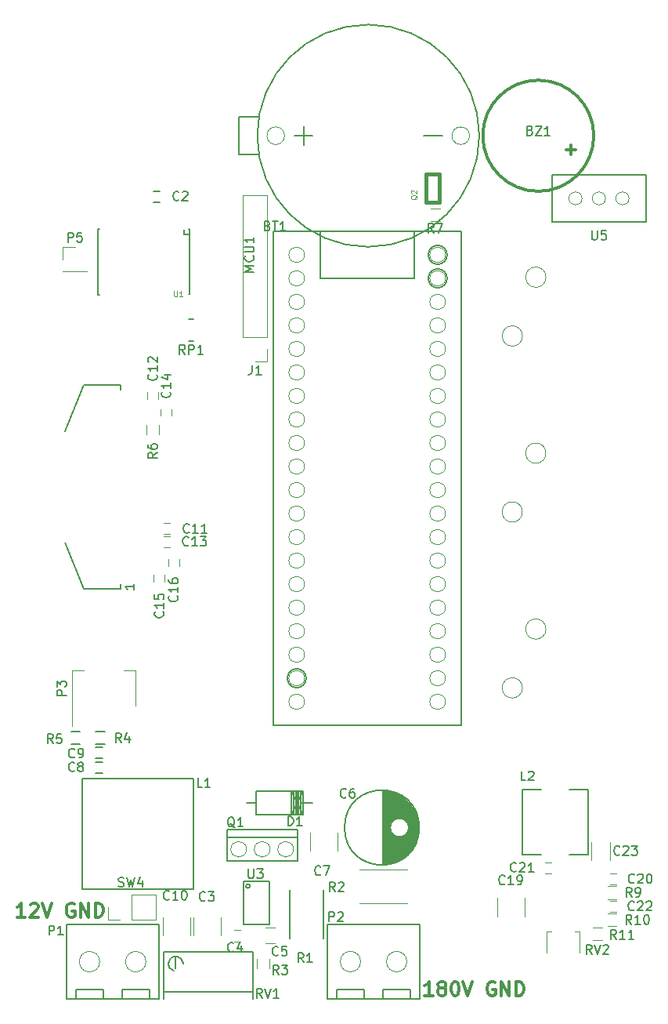
<source format=gto>
G04 #@! TF.GenerationSoftware,KiCad,Pcbnew,5.0.0*
G04 #@! TF.CreationDate,2018-07-28T18:19:29+02:00*
G04 #@! TF.ProjectId,nixie_control_board,6E697869655F636F6E74726F6C5F626F,rev?*
G04 #@! TF.SameCoordinates,Original*
G04 #@! TF.FileFunction,Legend,Top*
G04 #@! TF.FilePolarity,Positive*
%FSLAX46Y46*%
G04 Gerber Fmt 4.6, Leading zero omitted, Abs format (unit mm)*
G04 Created by KiCad (PCBNEW 5.0.0) date Sat Jul 28 18:19:29 2018*
%MOMM*%
%LPD*%
G01*
G04 APERTURE LIST*
%ADD10C,0.300000*%
%ADD11C,0.150000*%
%ADD12C,0.198120*%
%ADD13C,0.120000*%
%ADD14C,0.398780*%
%ADD15C,0.100000*%
%ADD16C,0.124460*%
G04 APERTURE END LIST*
D10*
X116014285Y-137528571D02*
X115157142Y-137528571D01*
X115585714Y-137528571D02*
X115585714Y-136028571D01*
X115442857Y-136242857D01*
X115300000Y-136385714D01*
X115157142Y-136457142D01*
X116585714Y-136171428D02*
X116657142Y-136100000D01*
X116800000Y-136028571D01*
X117157142Y-136028571D01*
X117300000Y-136100000D01*
X117371428Y-136171428D01*
X117442857Y-136314285D01*
X117442857Y-136457142D01*
X117371428Y-136671428D01*
X116514285Y-137528571D01*
X117442857Y-137528571D01*
X117871428Y-136028571D02*
X118371428Y-137528571D01*
X118871428Y-136028571D01*
X121300000Y-136100000D02*
X121157142Y-136028571D01*
X120942857Y-136028571D01*
X120728571Y-136100000D01*
X120585714Y-136242857D01*
X120514285Y-136385714D01*
X120442857Y-136671428D01*
X120442857Y-136885714D01*
X120514285Y-137171428D01*
X120585714Y-137314285D01*
X120728571Y-137457142D01*
X120942857Y-137528571D01*
X121085714Y-137528571D01*
X121300000Y-137457142D01*
X121371428Y-137385714D01*
X121371428Y-136885714D01*
X121085714Y-136885714D01*
X122014285Y-137528571D02*
X122014285Y-136028571D01*
X122871428Y-137528571D01*
X122871428Y-136028571D01*
X123585714Y-137528571D02*
X123585714Y-136028571D01*
X123942857Y-136028571D01*
X124157142Y-136100000D01*
X124300000Y-136242857D01*
X124371428Y-136385714D01*
X124442857Y-136671428D01*
X124442857Y-136885714D01*
X124371428Y-137171428D01*
X124300000Y-137314285D01*
X124157142Y-137457142D01*
X123942857Y-137528571D01*
X123585714Y-137528571D01*
X160070000Y-146008571D02*
X159212857Y-146008571D01*
X159641428Y-146008571D02*
X159641428Y-144508571D01*
X159498571Y-144722857D01*
X159355714Y-144865714D01*
X159212857Y-144937142D01*
X160927142Y-145151428D02*
X160784285Y-145080000D01*
X160712857Y-145008571D01*
X160641428Y-144865714D01*
X160641428Y-144794285D01*
X160712857Y-144651428D01*
X160784285Y-144580000D01*
X160927142Y-144508571D01*
X161212857Y-144508571D01*
X161355714Y-144580000D01*
X161427142Y-144651428D01*
X161498571Y-144794285D01*
X161498571Y-144865714D01*
X161427142Y-145008571D01*
X161355714Y-145080000D01*
X161212857Y-145151428D01*
X160927142Y-145151428D01*
X160784285Y-145222857D01*
X160712857Y-145294285D01*
X160641428Y-145437142D01*
X160641428Y-145722857D01*
X160712857Y-145865714D01*
X160784285Y-145937142D01*
X160927142Y-146008571D01*
X161212857Y-146008571D01*
X161355714Y-145937142D01*
X161427142Y-145865714D01*
X161498571Y-145722857D01*
X161498571Y-145437142D01*
X161427142Y-145294285D01*
X161355714Y-145222857D01*
X161212857Y-145151428D01*
X162427142Y-144508571D02*
X162570000Y-144508571D01*
X162712857Y-144580000D01*
X162784285Y-144651428D01*
X162855714Y-144794285D01*
X162927142Y-145080000D01*
X162927142Y-145437142D01*
X162855714Y-145722857D01*
X162784285Y-145865714D01*
X162712857Y-145937142D01*
X162570000Y-146008571D01*
X162427142Y-146008571D01*
X162284285Y-145937142D01*
X162212857Y-145865714D01*
X162141428Y-145722857D01*
X162070000Y-145437142D01*
X162070000Y-145080000D01*
X162141428Y-144794285D01*
X162212857Y-144651428D01*
X162284285Y-144580000D01*
X162427142Y-144508571D01*
X163355714Y-144508571D02*
X163855714Y-146008571D01*
X164355714Y-144508571D01*
X166784285Y-144580000D02*
X166641428Y-144508571D01*
X166427142Y-144508571D01*
X166212857Y-144580000D01*
X166070000Y-144722857D01*
X165998571Y-144865714D01*
X165927142Y-145151428D01*
X165927142Y-145365714D01*
X165998571Y-145651428D01*
X166070000Y-145794285D01*
X166212857Y-145937142D01*
X166427142Y-146008571D01*
X166570000Y-146008571D01*
X166784285Y-145937142D01*
X166855714Y-145865714D01*
X166855714Y-145365714D01*
X166570000Y-145365714D01*
X167498571Y-146008571D02*
X167498571Y-144508571D01*
X168355714Y-146008571D01*
X168355714Y-144508571D01*
X169070000Y-146008571D02*
X169070000Y-144508571D01*
X169427142Y-144508571D01*
X169641428Y-144580000D01*
X169784285Y-144722857D01*
X169855714Y-144865714D01*
X169927142Y-145151428D01*
X169927142Y-145365714D01*
X169855714Y-145651428D01*
X169784285Y-145794285D01*
X169641428Y-145937142D01*
X169427142Y-146008571D01*
X169070000Y-146008571D01*
D11*
G04 #@! TO.C,U7*
X126330000Y-80070000D02*
X126330000Y-80570000D01*
X126330000Y-102070000D02*
X126330000Y-101570000D01*
X122330000Y-102070000D02*
X120330000Y-97070000D01*
X126330000Y-80070000D02*
X122330000Y-80070000D01*
X126330000Y-102070000D02*
X122330000Y-102070000D01*
X122330000Y-80070000D02*
X120330000Y-85070000D01*
G04 #@! TO.C,U5*
X172960000Y-62470000D02*
X172960000Y-57390000D01*
X183120000Y-62470000D02*
X172960000Y-62470000D01*
X183120000Y-57390000D02*
X183120000Y-62470000D01*
X172960000Y-57390000D02*
X183120000Y-57390000D01*
G04 #@! TO.C,L1*
X122182000Y-134548000D02*
X122182000Y-122548000D01*
X134182000Y-134548000D02*
X122182000Y-134548000D01*
X134182000Y-122548000D02*
X134182000Y-134548000D01*
X122182000Y-122548000D02*
X134182000Y-122548000D01*
G04 #@! TO.C,MCU1*
X146376000Y-111740000D02*
G75*
G03X146376000Y-111740000I-1016000J0D01*
G01*
X161616000Y-68560000D02*
G75*
G03X161616000Y-68560000I-1016000J0D01*
G01*
X161616000Y-66020000D02*
G75*
G03X161616000Y-66020000I-1016000J0D01*
G01*
X147906400Y-68553600D02*
X147906400Y-63473600D01*
X150446400Y-68553600D02*
X147906400Y-68553600D01*
X158066400Y-68553600D02*
X150446400Y-68553600D01*
X158066400Y-63473600D02*
X158066400Y-68553600D01*
X142826400Y-63473600D02*
X163146400Y-63473600D01*
X142826400Y-116813600D02*
X142826400Y-63473600D01*
X163146400Y-116813600D02*
X142826400Y-116813600D01*
X163146400Y-63473600D02*
X163146400Y-116813600D01*
D12*
G04 #@! TO.C,U1*
X133198480Y-63851260D02*
X133198480Y-63350880D01*
X133797920Y-63851260D02*
X133198480Y-63851260D01*
X133797920Y-70294865D02*
X133797920Y-63251820D01*
X124006220Y-63251820D02*
X123902080Y-63251820D01*
X133797920Y-63251820D02*
X133693780Y-63251820D01*
X123902080Y-70301552D02*
X123902080Y-63251820D01*
X124006220Y-70301552D02*
X123902080Y-70301552D01*
X133797920Y-70294865D02*
X133693780Y-70294865D01*
D11*
G04 #@! TO.C,C2*
X129840000Y-59180000D02*
X130540000Y-59180000D01*
X130540000Y-60380000D02*
X129840000Y-60380000D01*
G04 #@! TO.C,RP1*
X133700000Y-75355000D02*
X134200000Y-75355000D01*
X133700000Y-73005000D02*
X134200000Y-73005000D01*
G04 #@! TO.C,C6*
X154649000Y-123867000D02*
X154649000Y-131865000D01*
X154789000Y-123872000D02*
X154789000Y-131860000D01*
X154929000Y-123882000D02*
X154929000Y-131850000D01*
X155069000Y-123897000D02*
X155069000Y-131835000D01*
X155209000Y-123917000D02*
X155209000Y-131815000D01*
X155349000Y-123942000D02*
X155349000Y-131790000D01*
X155489000Y-123972000D02*
X155489000Y-127693000D01*
X155489000Y-128039000D02*
X155489000Y-131760000D01*
X155629000Y-124008000D02*
X155629000Y-127331000D01*
X155629000Y-128401000D02*
X155629000Y-131724000D01*
X155769000Y-124049000D02*
X155769000Y-127157000D01*
X155769000Y-128575000D02*
X155769000Y-131683000D01*
X155909000Y-124095000D02*
X155909000Y-127041000D01*
X155909000Y-128691000D02*
X155909000Y-131637000D01*
X156049000Y-124148000D02*
X156049000Y-126961000D01*
X156049000Y-128771000D02*
X156049000Y-131584000D01*
X156189000Y-124207000D02*
X156189000Y-126907000D01*
X156189000Y-128825000D02*
X156189000Y-131525000D01*
X156329000Y-124272000D02*
X156329000Y-126877000D01*
X156329000Y-128855000D02*
X156329000Y-131460000D01*
X156469000Y-124343000D02*
X156469000Y-126866000D01*
X156469000Y-128866000D02*
X156469000Y-131389000D01*
X156609000Y-124422000D02*
X156609000Y-126875000D01*
X156609000Y-128857000D02*
X156609000Y-131310000D01*
X156749000Y-124509000D02*
X156749000Y-126905000D01*
X156749000Y-128827000D02*
X156749000Y-131223000D01*
X156889000Y-124604000D02*
X156889000Y-126956000D01*
X156889000Y-128776000D02*
X156889000Y-131128000D01*
X157029000Y-124708000D02*
X157029000Y-127034000D01*
X157029000Y-128698000D02*
X157029000Y-131024000D01*
X157169000Y-124822000D02*
X157169000Y-127147000D01*
X157169000Y-128585000D02*
X157169000Y-130910000D01*
X157309000Y-124947000D02*
X157309000Y-127316000D01*
X157309000Y-128416000D02*
X157309000Y-130785000D01*
X157449000Y-125085000D02*
X157449000Y-127644000D01*
X157449000Y-128088000D02*
X157449000Y-130647000D01*
X157589000Y-125237000D02*
X157589000Y-130495000D01*
X157729000Y-125407000D02*
X157729000Y-130325000D01*
X157869000Y-125598000D02*
X157869000Y-130134000D01*
X158009000Y-125816000D02*
X158009000Y-129916000D01*
X158149000Y-126072000D02*
X158149000Y-129660000D01*
X158289000Y-126383000D02*
X158289000Y-129349000D01*
X158429000Y-126799000D02*
X158429000Y-128933000D01*
X158569000Y-127666000D02*
X158569000Y-128066000D01*
X157474000Y-127866000D02*
G75*
G03X157474000Y-127866000I-1000000J0D01*
G01*
X158611500Y-127866000D02*
G75*
G03X158611500Y-127866000I-4037500J0D01*
G01*
G04 #@! TO.C,D1*
X140990000Y-125210000D02*
X139974000Y-125210000D01*
X145816000Y-125210000D02*
X147086000Y-125210000D01*
X145562000Y-126480000D02*
X145562000Y-123940000D01*
X145308000Y-126480000D02*
X145308000Y-123940000D01*
X145054000Y-126480000D02*
X145054000Y-123940000D01*
X145816000Y-126480000D02*
X145816000Y-123940000D01*
X144800000Y-126480000D02*
X146070000Y-123940000D01*
X146070000Y-126480000D02*
X144800000Y-123940000D01*
X144800000Y-126480000D02*
X144800000Y-123940000D01*
X145435000Y-126480000D02*
X145435000Y-123940000D01*
X146070000Y-123940000D02*
X146070000Y-126480000D01*
X146070000Y-126480000D02*
X140990000Y-126480000D01*
X140990000Y-126480000D02*
X140990000Y-123940000D01*
X140990000Y-123940000D02*
X146070000Y-123940000D01*
G04 #@! TO.C,P1*
X129460000Y-145350000D02*
X129460000Y-146350000D01*
X126460000Y-145350000D02*
X129460000Y-145350000D01*
X126460000Y-146350000D02*
X126460000Y-145350000D01*
X124460000Y-146350000D02*
X126460000Y-146350000D01*
X124460000Y-145350000D02*
X124460000Y-146350000D01*
X121460000Y-145350000D02*
X124460000Y-145350000D01*
X121460000Y-146350000D02*
X121460000Y-145350000D01*
X120460000Y-138350000D02*
X120460000Y-142350000D01*
X130460000Y-138350000D02*
X120460000Y-138350000D01*
X130460000Y-146350000D02*
X130460000Y-138350000D01*
X120460000Y-146350000D02*
X130460000Y-146350000D01*
X120460000Y-142350000D02*
X120460000Y-146350000D01*
G04 #@! TO.C,P2*
X157670000Y-145340000D02*
X157670000Y-146340000D01*
X154670000Y-145340000D02*
X157670000Y-145340000D01*
X154670000Y-146340000D02*
X154670000Y-145340000D01*
X152670000Y-146340000D02*
X154670000Y-146340000D01*
X152670000Y-145340000D02*
X152670000Y-146340000D01*
X149670000Y-145340000D02*
X152670000Y-145340000D01*
X149670000Y-146340000D02*
X149670000Y-145340000D01*
X148670000Y-138340000D02*
X148670000Y-142340000D01*
X158670000Y-138340000D02*
X148670000Y-138340000D01*
X158670000Y-146340000D02*
X158670000Y-138340000D01*
X148670000Y-146340000D02*
X158670000Y-146340000D01*
X148670000Y-142340000D02*
X148670000Y-146340000D01*
G04 #@! TO.C,R1*
X144645000Y-139810000D02*
X144645000Y-134610000D01*
X148295000Y-134610000D02*
X148295000Y-139810000D01*
G04 #@! TO.C,RV1*
X132274000Y-141798000D02*
X132274000Y-143068000D01*
X133061400Y-142547300D02*
X133023300Y-142293300D01*
X133023300Y-142293300D02*
X132845500Y-142013900D01*
X132845500Y-142013900D02*
X132528000Y-141798000D01*
X132528000Y-141798000D02*
X132083500Y-141785300D01*
X132083500Y-141785300D02*
X131727900Y-141988500D01*
X131727900Y-141988500D02*
X131550100Y-142280600D01*
X131550100Y-142280600D02*
X131499300Y-142598100D01*
X131499300Y-142598100D02*
X131600900Y-143004500D01*
X131600900Y-143004500D02*
X131943800Y-143258500D01*
X131943800Y-143258500D02*
X132121600Y-143347400D01*
X140656000Y-145608000D02*
X131004000Y-145608000D01*
X131004000Y-142560000D02*
X131004000Y-141290000D01*
X131004000Y-141290000D02*
X140656000Y-141290000D01*
X140656000Y-141290000D02*
X140656000Y-146370000D01*
X131004000Y-146370000D02*
X131004000Y-143830000D01*
X131004000Y-143830000D02*
X131004000Y-142560000D01*
D13*
G04 #@! TO.C,P3*
X127900000Y-110920000D02*
X126640000Y-110920000D01*
X121080000Y-110920000D02*
X122340000Y-110920000D01*
X127900000Y-114680000D02*
X127900000Y-110920000D01*
X121080000Y-116930000D02*
X121080000Y-110920000D01*
D11*
G04 #@! TO.C,C8*
X124340000Y-121970000D02*
X123640000Y-121970000D01*
X123640000Y-120770000D02*
X124340000Y-120770000D01*
G04 #@! TO.C,C9*
X124340000Y-120380000D02*
X123640000Y-120380000D01*
X123640000Y-119180000D02*
X124340000Y-119180000D01*
G04 #@! TO.C,R4*
X123630000Y-117465000D02*
X124630000Y-117465000D01*
X124630000Y-118815000D02*
X123630000Y-118815000D01*
G04 #@! TO.C,R5*
X120950000Y-117465000D02*
X121950000Y-117465000D01*
X121950000Y-118815000D02*
X120950000Y-118815000D01*
G04 #@! TO.C,U3*
X140313607Y-134194000D02*
G75*
G03X140313607Y-134194000I-223607J0D01*
G01*
X139590000Y-138294000D02*
X139590000Y-133694000D01*
X142390000Y-138294000D02*
X139590000Y-138294000D01*
X142390000Y-133694000D02*
X142390000Y-138294000D01*
X139590000Y-133694000D02*
X142390000Y-133694000D01*
D13*
G04 #@! TO.C,C4*
X139308000Y-140150000D02*
X138608000Y-140150000D01*
X138608000Y-138950000D02*
X139308000Y-138950000D01*
G04 #@! TO.C,R3*
X142400000Y-142070000D02*
X142400000Y-143070000D01*
X141040000Y-143070000D02*
X141040000Y-142070000D01*
G04 #@! TO.C,C3*
X134176000Y-137534000D02*
X134176000Y-139534000D01*
X137136000Y-139534000D02*
X137136000Y-137534000D01*
G04 #@! TO.C,C5*
X142014000Y-140400000D02*
X143014000Y-140400000D01*
X143014000Y-138700000D02*
X142014000Y-138700000D01*
G04 #@! TO.C,C10*
X130874000Y-137534000D02*
X130874000Y-139534000D01*
X133834000Y-139534000D02*
X133834000Y-137534000D01*
G04 #@! TO.C,C7*
X149770000Y-130400000D02*
X149770000Y-128400000D01*
X146810000Y-128400000D02*
X146810000Y-130400000D01*
G04 #@! TO.C,R2*
X152106000Y-132396000D02*
X157306000Y-132396000D01*
X157306000Y-136036000D02*
X152106000Y-136036000D01*
D11*
G04 #@! TO.C,Q1*
X145440000Y-128051000D02*
X145440000Y-128940000D01*
X137820000Y-128051000D02*
X145440000Y-128051000D01*
X137820000Y-128940000D02*
X137820000Y-128051000D01*
X137820000Y-131480000D02*
X137820000Y-128940000D01*
X145440000Y-131480000D02*
X137820000Y-131480000D01*
X145440000Y-128940000D02*
X145440000Y-131480000D01*
X137820000Y-128940000D02*
X145440000Y-128940000D01*
G04 #@! TO.C,BT1*
X159100000Y-53160000D02*
X161100000Y-53160000D01*
X145100000Y-53160000D02*
X147100000Y-53160000D01*
X146100000Y-52160000D02*
X146100000Y-54160000D01*
X139100000Y-55160000D02*
X141200000Y-55160000D01*
X139100000Y-53160000D02*
X139100000Y-55160000D01*
X141200000Y-51160000D02*
X139100000Y-51160000D01*
X139100000Y-53160000D02*
X139100000Y-51160000D01*
X165100000Y-53160000D02*
G75*
G03X165100000Y-53160000I-12000000J0D01*
G01*
D13*
G04 #@! TO.C,P5*
X120060000Y-67840000D02*
X122720000Y-67840000D01*
X120060000Y-67780000D02*
X120060000Y-67840000D01*
X122720000Y-67780000D02*
X122720000Y-67840000D01*
X120060000Y-67780000D02*
X122720000Y-67780000D01*
X120060000Y-66510000D02*
X120060000Y-65180000D01*
X120060000Y-65180000D02*
X121390000Y-65180000D01*
G04 #@! TO.C,C11*
X130980000Y-94970000D02*
X131680000Y-94970000D01*
X131680000Y-96170000D02*
X130980000Y-96170000D01*
G04 #@! TO.C,C12*
X130400000Y-80870000D02*
X130400000Y-81570000D01*
X129200000Y-81570000D02*
X129200000Y-80870000D01*
G04 #@! TO.C,C13*
X131690000Y-97610000D02*
X130990000Y-97610000D01*
X130990000Y-96410000D02*
X131690000Y-96410000D01*
G04 #@! TO.C,C14*
X131840000Y-82690000D02*
X131840000Y-83390000D01*
X130640000Y-83390000D02*
X130640000Y-82690000D01*
G04 #@! TO.C,C15*
X129880000Y-101300000D02*
X129880000Y-100600000D01*
X131080000Y-100600000D02*
X131080000Y-101300000D01*
G04 #@! TO.C,C16*
X131480000Y-99610000D02*
X131480000Y-98910000D01*
X132680000Y-98910000D02*
X132680000Y-99610000D01*
G04 #@! TO.C,C19*
X170030000Y-137475000D02*
X170030000Y-135475000D01*
X167070000Y-135475000D02*
X167070000Y-137475000D01*
G04 #@! TO.C,C20*
X179950000Y-134025000D02*
X179250000Y-134025000D01*
X179250000Y-132825000D02*
X179950000Y-132825000D01*
G04 #@! TO.C,C21*
X172200000Y-131625000D02*
X172900000Y-131625000D01*
X172900000Y-132825000D02*
X172200000Y-132825000D01*
G04 #@! TO.C,C22*
X179250000Y-135775000D02*
X179950000Y-135775000D01*
X179950000Y-136975000D02*
X179250000Y-136975000D01*
G04 #@! TO.C,C23*
X177230000Y-129400000D02*
X177230000Y-131400000D01*
X179270000Y-131400000D02*
X179270000Y-129400000D01*
D11*
G04 #@! TO.C,L2*
X174825000Y-130825000D02*
X176875000Y-130825000D01*
X176875000Y-130825000D02*
X176875000Y-123725000D01*
X176875000Y-123725000D02*
X174825000Y-123725000D01*
X171825000Y-130825000D02*
X169775000Y-130825000D01*
X169775000Y-130825000D02*
X169775000Y-123725000D01*
X169775000Y-123725000D02*
X171825000Y-123725000D01*
D13*
G04 #@! TO.C,R6*
X130480000Y-84430000D02*
X130480000Y-85430000D01*
X129120000Y-85430000D02*
X129120000Y-84430000D01*
G04 #@! TO.C,R9*
X179950000Y-135580000D02*
X178950000Y-135580000D01*
X178950000Y-134220000D02*
X179950000Y-134220000D01*
G04 #@! TO.C,R10*
X178950000Y-137145000D02*
X179950000Y-137145000D01*
X179950000Y-138505000D02*
X178950000Y-138505000D01*
G04 #@! TO.C,R11*
X177375000Y-138695000D02*
X178375000Y-138695000D01*
X178375000Y-140055000D02*
X177375000Y-140055000D01*
G04 #@! TO.C,RV2*
X175905000Y-139100000D02*
X175905000Y-141380000D01*
X175395000Y-139100000D02*
X175905000Y-139100000D01*
X172345000Y-139100000D02*
X172855000Y-139100000D01*
X172345000Y-141380000D02*
X172345000Y-139100000D01*
G04 #@! TO.C,SW4*
X130150000Y-137790000D02*
X130150000Y-135130000D01*
X127550000Y-137790000D02*
X130150000Y-137790000D01*
X127550000Y-135130000D02*
X130150000Y-135130000D01*
X127550000Y-137790000D02*
X127550000Y-135130000D01*
X126280000Y-137790000D02*
X124950000Y-137790000D01*
X124950000Y-137790000D02*
X124950000Y-136460000D01*
D10*
G04 #@! TO.C,BZ1*
X177480000Y-53160000D02*
G75*
G03X177480000Y-53160000I-6000000J0D01*
G01*
X174980000Y-54160000D02*
X174980000Y-55160000D01*
X175480000Y-54660000D02*
X174480000Y-54660000D01*
D14*
G04 #@! TO.C,Q2*
X160771040Y-60341140D02*
X159368960Y-60341140D01*
X159368960Y-60341140D02*
X159368960Y-57338860D01*
X159368960Y-57338860D02*
X160771040Y-57338860D01*
X160771040Y-57338860D02*
X160771040Y-60341140D01*
D13*
G04 #@! TO.C,R7*
X159830000Y-61040000D02*
X160830000Y-61040000D01*
X160830000Y-62400000D02*
X159830000Y-62400000D01*
G04 #@! TO.C,J1*
X142190000Y-59610000D02*
X139530000Y-59610000D01*
X142190000Y-74910000D02*
X142190000Y-59610000D01*
X139530000Y-74910000D02*
X139530000Y-59610000D01*
X142190000Y-74910000D02*
X139530000Y-74910000D01*
X142190000Y-76180000D02*
X142190000Y-77510000D01*
X142190000Y-77510000D02*
X140860000Y-77510000D01*
G04 #@! TD*
D15*
G04 #@! TO.C,U5*
X176212000Y-59930000D02*
G75*
G03X176212000Y-59930000I-712000J0D01*
G01*
X178752000Y-59930000D02*
G75*
G03X178752000Y-59930000I-712000J0D01*
G01*
X181292000Y-59930000D02*
G75*
G03X181292000Y-59930000I-712000J0D01*
G01*
G04 #@! TD*
G04 #@! TO.C,MCU1*
X161450000Y-66020000D02*
G75*
G03X161450000Y-66020000I-850000J0D01*
G01*
X161450000Y-68560000D02*
G75*
G03X161450000Y-68560000I-850000J0D01*
G01*
X161450000Y-71100000D02*
G75*
G03X161450000Y-71100000I-850000J0D01*
G01*
X161450000Y-73640000D02*
G75*
G03X161450000Y-73640000I-850000J0D01*
G01*
X161450000Y-76180000D02*
G75*
G03X161450000Y-76180000I-850000J0D01*
G01*
X161450000Y-78720000D02*
G75*
G03X161450000Y-78720000I-850000J0D01*
G01*
X161450000Y-81260000D02*
G75*
G03X161450000Y-81260000I-850000J0D01*
G01*
X161450000Y-83800000D02*
G75*
G03X161450000Y-83800000I-850000J0D01*
G01*
X161450000Y-86340000D02*
G75*
G03X161450000Y-86340000I-850000J0D01*
G01*
X161450000Y-88880000D02*
G75*
G03X161450000Y-88880000I-850000J0D01*
G01*
X161450000Y-91420000D02*
G75*
G03X161450000Y-91420000I-850000J0D01*
G01*
X161450000Y-93960000D02*
G75*
G03X161450000Y-93960000I-850000J0D01*
G01*
X161450000Y-96500000D02*
G75*
G03X161450000Y-96500000I-850000J0D01*
G01*
X161450000Y-99040000D02*
G75*
G03X161450000Y-99040000I-850000J0D01*
G01*
X161450000Y-101580000D02*
G75*
G03X161450000Y-101580000I-850000J0D01*
G01*
X161450000Y-104120000D02*
G75*
G03X161450000Y-104120000I-850000J0D01*
G01*
X161450000Y-106660000D02*
G75*
G03X161450000Y-106660000I-850000J0D01*
G01*
X161450000Y-109200000D02*
G75*
G03X161450000Y-109200000I-850000J0D01*
G01*
X161450000Y-111740000D02*
G75*
G03X161450000Y-111740000I-850000J0D01*
G01*
X161450000Y-114280000D02*
G75*
G03X161450000Y-114280000I-850000J0D01*
G01*
X146210000Y-114280000D02*
G75*
G03X146210000Y-114280000I-850000J0D01*
G01*
X146210000Y-111740000D02*
G75*
G03X146210000Y-111740000I-850000J0D01*
G01*
X146210000Y-109200000D02*
G75*
G03X146210000Y-109200000I-850000J0D01*
G01*
X146210000Y-106660000D02*
G75*
G03X146210000Y-106660000I-850000J0D01*
G01*
X146210000Y-104120000D02*
G75*
G03X146210000Y-104120000I-850000J0D01*
G01*
X146210000Y-101580000D02*
G75*
G03X146210000Y-101580000I-850000J0D01*
G01*
X146210000Y-99040000D02*
G75*
G03X146210000Y-99040000I-850000J0D01*
G01*
X146210000Y-96500000D02*
G75*
G03X146210000Y-96500000I-850000J0D01*
G01*
X146210000Y-93960000D02*
G75*
G03X146210000Y-93960000I-850000J0D01*
G01*
X146210000Y-91420000D02*
G75*
G03X146210000Y-91420000I-850000J0D01*
G01*
X146210000Y-88880000D02*
G75*
G03X146210000Y-88880000I-850000J0D01*
G01*
X146210000Y-86340000D02*
G75*
G03X146210000Y-86340000I-850000J0D01*
G01*
X146210000Y-83800000D02*
G75*
G03X146210000Y-83800000I-850000J0D01*
G01*
X146210000Y-81260000D02*
G75*
G03X146210000Y-81260000I-850000J0D01*
G01*
X146210000Y-78720000D02*
G75*
G03X146210000Y-78720000I-850000J0D01*
G01*
X146210000Y-76180000D02*
G75*
G03X146210000Y-76180000I-850000J0D01*
G01*
X146210000Y-73640000D02*
G75*
G03X146210000Y-73640000I-850000J0D01*
G01*
X146210000Y-71100000D02*
G75*
G03X146210000Y-71100000I-850000J0D01*
G01*
X146210000Y-68560000D02*
G75*
G03X146210000Y-68560000I-850000J0D01*
G01*
X146210000Y-66020000D02*
G75*
G03X146210000Y-66020000I-850000J0D01*
G01*
G04 #@! TD*
G04 #@! TO.C,SW1*
X169763000Y-112785000D02*
G75*
G03X169763000Y-112785000I-1093000J0D01*
G01*
X172303000Y-106435000D02*
G75*
G03X172303000Y-106435000I-1093000J0D01*
G01*
G04 #@! TD*
G04 #@! TO.C,SW2*
X169763000Y-93785000D02*
G75*
G03X169763000Y-93785000I-1093000J0D01*
G01*
X172303000Y-87435000D02*
G75*
G03X172303000Y-87435000I-1093000J0D01*
G01*
G04 #@! TD*
G04 #@! TO.C,SW3*
X169763000Y-74785000D02*
G75*
G03X169763000Y-74785000I-1093000J0D01*
G01*
X172303000Y-68435000D02*
G75*
G03X172303000Y-68435000I-1093000J0D01*
G01*
G04 #@! TD*
G04 #@! TO.C,P1*
X124060000Y-142350000D02*
G75*
G03X124060000Y-142350000I-1100000J0D01*
G01*
X129060000Y-142350000D02*
G75*
G03X129060000Y-142350000I-1100000J0D01*
G01*
G04 #@! TD*
G04 #@! TO.C,P2*
X152270000Y-142340000D02*
G75*
G03X152270000Y-142340000I-1100000J0D01*
G01*
X157270000Y-142340000D02*
G75*
G03X157270000Y-142340000I-1100000J0D01*
G01*
G04 #@! TD*
G04 #@! TO.C,Q1*
X139940000Y-130210000D02*
G75*
G03X139940000Y-130210000I-850000J0D01*
G01*
X142480000Y-130210000D02*
G75*
G03X142480000Y-130210000I-850000J0D01*
G01*
X145020000Y-130210000D02*
G75*
G03X145020000Y-130210000I-850000J0D01*
G01*
G04 #@! TD*
G04 #@! TO.C,BT1*
X144050000Y-53160000D02*
G75*
G03X144050000Y-53160000I-950000J0D01*
G01*
X164050000Y-53160000D02*
G75*
G03X164050000Y-53160000I-950000J0D01*
G01*
G04 #@! TD*
G04 #@! TO.C,U7*
D11*
X127792380Y-101579285D02*
X127792380Y-102150714D01*
X127792380Y-101865000D02*
X126792380Y-101865000D01*
X126935238Y-101960238D01*
X127030476Y-102055476D01*
X127078095Y-102150714D01*
G04 #@! TO.C,U5*
X177278095Y-63382380D02*
X177278095Y-64191904D01*
X177325714Y-64287142D01*
X177373333Y-64334761D01*
X177468571Y-64382380D01*
X177659047Y-64382380D01*
X177754285Y-64334761D01*
X177801904Y-64287142D01*
X177849523Y-64191904D01*
X177849523Y-63382380D01*
X178801904Y-63382380D02*
X178325714Y-63382380D01*
X178278095Y-63858571D01*
X178325714Y-63810952D01*
X178420952Y-63763333D01*
X178659047Y-63763333D01*
X178754285Y-63810952D01*
X178801904Y-63858571D01*
X178849523Y-63953809D01*
X178849523Y-64191904D01*
X178801904Y-64287142D01*
X178754285Y-64334761D01*
X178659047Y-64382380D01*
X178420952Y-64382380D01*
X178325714Y-64334761D01*
X178278095Y-64287142D01*
G04 #@! TO.C,L1*
X135153333Y-123512380D02*
X134677142Y-123512380D01*
X134677142Y-122512380D01*
X136010476Y-123512380D02*
X135439047Y-123512380D01*
X135724761Y-123512380D02*
X135724761Y-122512380D01*
X135629523Y-122655238D01*
X135534285Y-122750476D01*
X135439047Y-122798095D01*
G04 #@! TO.C,MCU1*
X140738780Y-67846933D02*
X139738780Y-67846933D01*
X140453066Y-67513600D01*
X139738780Y-67180266D01*
X140738780Y-67180266D01*
X140643542Y-66132647D02*
X140691161Y-66180266D01*
X140738780Y-66323123D01*
X140738780Y-66418361D01*
X140691161Y-66561219D01*
X140595923Y-66656457D01*
X140500685Y-66704076D01*
X140310209Y-66751695D01*
X140167352Y-66751695D01*
X139976876Y-66704076D01*
X139881638Y-66656457D01*
X139786400Y-66561219D01*
X139738780Y-66418361D01*
X139738780Y-66323123D01*
X139786400Y-66180266D01*
X139834019Y-66132647D01*
X139738780Y-65704076D02*
X140548304Y-65704076D01*
X140643542Y-65656457D01*
X140691161Y-65608838D01*
X140738780Y-65513600D01*
X140738780Y-65323123D01*
X140691161Y-65227885D01*
X140643542Y-65180266D01*
X140548304Y-65132647D01*
X139738780Y-65132647D01*
X140738780Y-64132647D02*
X140738780Y-64704076D01*
X140738780Y-64418361D02*
X139738780Y-64418361D01*
X139881638Y-64513600D01*
X139976876Y-64608838D01*
X140024495Y-64704076D01*
G04 #@! TO.C,U1*
D16*
X132094063Y-69921255D02*
X132094063Y-70406516D01*
X132122608Y-70463605D01*
X132151153Y-70492150D01*
X132208242Y-70520695D01*
X132322421Y-70520695D01*
X132379511Y-70492150D01*
X132408056Y-70463605D01*
X132436600Y-70406516D01*
X132436600Y-69921255D01*
X133036040Y-70520695D02*
X132693503Y-70520695D01*
X132864772Y-70520695D02*
X132864772Y-69921255D01*
X132807682Y-70006889D01*
X132750593Y-70063979D01*
X132693503Y-70092523D01*
G04 #@! TO.C,C2*
D11*
X132623333Y-60087142D02*
X132575714Y-60134761D01*
X132432857Y-60182380D01*
X132337619Y-60182380D01*
X132194761Y-60134761D01*
X132099523Y-60039523D01*
X132051904Y-59944285D01*
X132004285Y-59753809D01*
X132004285Y-59610952D01*
X132051904Y-59420476D01*
X132099523Y-59325238D01*
X132194761Y-59230000D01*
X132337619Y-59182380D01*
X132432857Y-59182380D01*
X132575714Y-59230000D01*
X132623333Y-59277619D01*
X133004285Y-59277619D02*
X133051904Y-59230000D01*
X133147142Y-59182380D01*
X133385238Y-59182380D01*
X133480476Y-59230000D01*
X133528095Y-59277619D01*
X133575714Y-59372857D01*
X133575714Y-59468095D01*
X133528095Y-59610952D01*
X132956666Y-60182380D01*
X133575714Y-60182380D01*
G04 #@! TO.C,RP1*
X133283333Y-76732380D02*
X132950000Y-76256190D01*
X132711904Y-76732380D02*
X132711904Y-75732380D01*
X133092857Y-75732380D01*
X133188095Y-75780000D01*
X133235714Y-75827619D01*
X133283333Y-75922857D01*
X133283333Y-76065714D01*
X133235714Y-76160952D01*
X133188095Y-76208571D01*
X133092857Y-76256190D01*
X132711904Y-76256190D01*
X133711904Y-76732380D02*
X133711904Y-75732380D01*
X134092857Y-75732380D01*
X134188095Y-75780000D01*
X134235714Y-75827619D01*
X134283333Y-75922857D01*
X134283333Y-76065714D01*
X134235714Y-76160952D01*
X134188095Y-76208571D01*
X134092857Y-76256190D01*
X133711904Y-76256190D01*
X135235714Y-76732380D02*
X134664285Y-76732380D01*
X134950000Y-76732380D02*
X134950000Y-75732380D01*
X134854761Y-75875238D01*
X134759523Y-75970476D01*
X134664285Y-76018095D01*
G04 #@! TO.C,C6*
X150703333Y-124567142D02*
X150655714Y-124614761D01*
X150512857Y-124662380D01*
X150417619Y-124662380D01*
X150274761Y-124614761D01*
X150179523Y-124519523D01*
X150131904Y-124424285D01*
X150084285Y-124233809D01*
X150084285Y-124090952D01*
X150131904Y-123900476D01*
X150179523Y-123805238D01*
X150274761Y-123710000D01*
X150417619Y-123662380D01*
X150512857Y-123662380D01*
X150655714Y-123710000D01*
X150703333Y-123757619D01*
X151560476Y-123662380D02*
X151370000Y-123662380D01*
X151274761Y-123710000D01*
X151227142Y-123757619D01*
X151131904Y-123900476D01*
X151084285Y-124090952D01*
X151084285Y-124471904D01*
X151131904Y-124567142D01*
X151179523Y-124614761D01*
X151274761Y-124662380D01*
X151465238Y-124662380D01*
X151560476Y-124614761D01*
X151608095Y-124567142D01*
X151655714Y-124471904D01*
X151655714Y-124233809D01*
X151608095Y-124138571D01*
X151560476Y-124090952D01*
X151465238Y-124043333D01*
X151274761Y-124043333D01*
X151179523Y-124090952D01*
X151131904Y-124138571D01*
X151084285Y-124233809D01*
G04 #@! TO.C,D1*
X144431904Y-127662380D02*
X144431904Y-126662380D01*
X144670000Y-126662380D01*
X144812857Y-126710000D01*
X144908095Y-126805238D01*
X144955714Y-126900476D01*
X145003333Y-127090952D01*
X145003333Y-127233809D01*
X144955714Y-127424285D01*
X144908095Y-127519523D01*
X144812857Y-127614761D01*
X144670000Y-127662380D01*
X144431904Y-127662380D01*
X145955714Y-127662380D02*
X145384285Y-127662380D01*
X145670000Y-127662380D02*
X145670000Y-126662380D01*
X145574761Y-126805238D01*
X145479523Y-126900476D01*
X145384285Y-126948095D01*
G04 #@! TO.C,P1*
X118581904Y-139462380D02*
X118581904Y-138462380D01*
X118962857Y-138462380D01*
X119058095Y-138510000D01*
X119105714Y-138557619D01*
X119153333Y-138652857D01*
X119153333Y-138795714D01*
X119105714Y-138890952D01*
X119058095Y-138938571D01*
X118962857Y-138986190D01*
X118581904Y-138986190D01*
X120105714Y-139462380D02*
X119534285Y-139462380D01*
X119820000Y-139462380D02*
X119820000Y-138462380D01*
X119724761Y-138605238D01*
X119629523Y-138700476D01*
X119534285Y-138748095D01*
G04 #@! TO.C,P2*
X148871904Y-137990380D02*
X148871904Y-136990380D01*
X149252857Y-136990380D01*
X149348095Y-137038000D01*
X149395714Y-137085619D01*
X149443333Y-137180857D01*
X149443333Y-137323714D01*
X149395714Y-137418952D01*
X149348095Y-137466571D01*
X149252857Y-137514190D01*
X148871904Y-137514190D01*
X149824285Y-137085619D02*
X149871904Y-137038000D01*
X149967142Y-136990380D01*
X150205238Y-136990380D01*
X150300476Y-137038000D01*
X150348095Y-137085619D01*
X150395714Y-137180857D01*
X150395714Y-137276095D01*
X150348095Y-137418952D01*
X149776666Y-137990380D01*
X150395714Y-137990380D01*
G04 #@! TO.C,R1*
X146095333Y-142416380D02*
X145762000Y-141940190D01*
X145523904Y-142416380D02*
X145523904Y-141416380D01*
X145904857Y-141416380D01*
X146000095Y-141464000D01*
X146047714Y-141511619D01*
X146095333Y-141606857D01*
X146095333Y-141749714D01*
X146047714Y-141844952D01*
X146000095Y-141892571D01*
X145904857Y-141940190D01*
X145523904Y-141940190D01*
X147047714Y-142416380D02*
X146476285Y-142416380D01*
X146762000Y-142416380D02*
X146762000Y-141416380D01*
X146666761Y-141559238D01*
X146571523Y-141654476D01*
X146476285Y-141702095D01*
G04 #@! TO.C,RV1*
X141614761Y-146252380D02*
X141281428Y-145776190D01*
X141043333Y-146252380D02*
X141043333Y-145252380D01*
X141424285Y-145252380D01*
X141519523Y-145300000D01*
X141567142Y-145347619D01*
X141614761Y-145442857D01*
X141614761Y-145585714D01*
X141567142Y-145680952D01*
X141519523Y-145728571D01*
X141424285Y-145776190D01*
X141043333Y-145776190D01*
X141900476Y-145252380D02*
X142233809Y-146252380D01*
X142567142Y-145252380D01*
X143424285Y-146252380D02*
X142852857Y-146252380D01*
X143138571Y-146252380D02*
X143138571Y-145252380D01*
X143043333Y-145395238D01*
X142948095Y-145490476D01*
X142852857Y-145538095D01*
G04 #@! TO.C,P3*
X120442380Y-113568095D02*
X119442380Y-113568095D01*
X119442380Y-113187142D01*
X119490000Y-113091904D01*
X119537619Y-113044285D01*
X119632857Y-112996666D01*
X119775714Y-112996666D01*
X119870952Y-113044285D01*
X119918571Y-113091904D01*
X119966190Y-113187142D01*
X119966190Y-113568095D01*
X119442380Y-112663333D02*
X119442380Y-112044285D01*
X119823333Y-112377619D01*
X119823333Y-112234761D01*
X119870952Y-112139523D01*
X119918571Y-112091904D01*
X120013809Y-112044285D01*
X120251904Y-112044285D01*
X120347142Y-112091904D01*
X120394761Y-112139523D01*
X120442380Y-112234761D01*
X120442380Y-112520476D01*
X120394761Y-112615714D01*
X120347142Y-112663333D01*
G04 #@! TO.C,C8*
X121323333Y-121717142D02*
X121275714Y-121764761D01*
X121132857Y-121812380D01*
X121037619Y-121812380D01*
X120894761Y-121764761D01*
X120799523Y-121669523D01*
X120751904Y-121574285D01*
X120704285Y-121383809D01*
X120704285Y-121240952D01*
X120751904Y-121050476D01*
X120799523Y-120955238D01*
X120894761Y-120860000D01*
X121037619Y-120812380D01*
X121132857Y-120812380D01*
X121275714Y-120860000D01*
X121323333Y-120907619D01*
X121894761Y-121240952D02*
X121799523Y-121193333D01*
X121751904Y-121145714D01*
X121704285Y-121050476D01*
X121704285Y-121002857D01*
X121751904Y-120907619D01*
X121799523Y-120860000D01*
X121894761Y-120812380D01*
X122085238Y-120812380D01*
X122180476Y-120860000D01*
X122228095Y-120907619D01*
X122275714Y-121002857D01*
X122275714Y-121050476D01*
X122228095Y-121145714D01*
X122180476Y-121193333D01*
X122085238Y-121240952D01*
X121894761Y-121240952D01*
X121799523Y-121288571D01*
X121751904Y-121336190D01*
X121704285Y-121431428D01*
X121704285Y-121621904D01*
X121751904Y-121717142D01*
X121799523Y-121764761D01*
X121894761Y-121812380D01*
X122085238Y-121812380D01*
X122180476Y-121764761D01*
X122228095Y-121717142D01*
X122275714Y-121621904D01*
X122275714Y-121431428D01*
X122228095Y-121336190D01*
X122180476Y-121288571D01*
X122085238Y-121240952D01*
G04 #@! TO.C,C9*
X121343333Y-120227142D02*
X121295714Y-120274761D01*
X121152857Y-120322380D01*
X121057619Y-120322380D01*
X120914761Y-120274761D01*
X120819523Y-120179523D01*
X120771904Y-120084285D01*
X120724285Y-119893809D01*
X120724285Y-119750952D01*
X120771904Y-119560476D01*
X120819523Y-119465238D01*
X120914761Y-119370000D01*
X121057619Y-119322380D01*
X121152857Y-119322380D01*
X121295714Y-119370000D01*
X121343333Y-119417619D01*
X121819523Y-120322380D02*
X122010000Y-120322380D01*
X122105238Y-120274761D01*
X122152857Y-120227142D01*
X122248095Y-120084285D01*
X122295714Y-119893809D01*
X122295714Y-119512857D01*
X122248095Y-119417619D01*
X122200476Y-119370000D01*
X122105238Y-119322380D01*
X121914761Y-119322380D01*
X121819523Y-119370000D01*
X121771904Y-119417619D01*
X121724285Y-119512857D01*
X121724285Y-119750952D01*
X121771904Y-119846190D01*
X121819523Y-119893809D01*
X121914761Y-119941428D01*
X122105238Y-119941428D01*
X122200476Y-119893809D01*
X122248095Y-119846190D01*
X122295714Y-119750952D01*
G04 #@! TO.C,R4*
X126383333Y-118672380D02*
X126050000Y-118196190D01*
X125811904Y-118672380D02*
X125811904Y-117672380D01*
X126192857Y-117672380D01*
X126288095Y-117720000D01*
X126335714Y-117767619D01*
X126383333Y-117862857D01*
X126383333Y-118005714D01*
X126335714Y-118100952D01*
X126288095Y-118148571D01*
X126192857Y-118196190D01*
X125811904Y-118196190D01*
X127240476Y-118005714D02*
X127240476Y-118672380D01*
X127002380Y-117624761D02*
X126764285Y-118339047D01*
X127383333Y-118339047D01*
G04 #@! TO.C,R5*
X119013333Y-118767380D02*
X118680000Y-118291190D01*
X118441904Y-118767380D02*
X118441904Y-117767380D01*
X118822857Y-117767380D01*
X118918095Y-117815000D01*
X118965714Y-117862619D01*
X119013333Y-117957857D01*
X119013333Y-118100714D01*
X118965714Y-118195952D01*
X118918095Y-118243571D01*
X118822857Y-118291190D01*
X118441904Y-118291190D01*
X119918095Y-117767380D02*
X119441904Y-117767380D01*
X119394285Y-118243571D01*
X119441904Y-118195952D01*
X119537142Y-118148333D01*
X119775238Y-118148333D01*
X119870476Y-118195952D01*
X119918095Y-118243571D01*
X119965714Y-118338809D01*
X119965714Y-118576904D01*
X119918095Y-118672142D01*
X119870476Y-118719761D01*
X119775238Y-118767380D01*
X119537142Y-118767380D01*
X119441904Y-118719761D01*
X119394285Y-118672142D01*
G04 #@! TO.C,U3*
X140128095Y-132346380D02*
X140128095Y-133155904D01*
X140175714Y-133251142D01*
X140223333Y-133298761D01*
X140318571Y-133346380D01*
X140509047Y-133346380D01*
X140604285Y-133298761D01*
X140651904Y-133251142D01*
X140699523Y-133155904D01*
X140699523Y-132346380D01*
X141080476Y-132346380D02*
X141699523Y-132346380D01*
X141366190Y-132727333D01*
X141509047Y-132727333D01*
X141604285Y-132774952D01*
X141651904Y-132822571D01*
X141699523Y-132917809D01*
X141699523Y-133155904D01*
X141651904Y-133251142D01*
X141604285Y-133298761D01*
X141509047Y-133346380D01*
X141223333Y-133346380D01*
X141128095Y-133298761D01*
X141080476Y-133251142D01*
G04 #@! TO.C,C4*
X138533333Y-141197142D02*
X138485714Y-141244761D01*
X138342857Y-141292380D01*
X138247619Y-141292380D01*
X138104761Y-141244761D01*
X138009523Y-141149523D01*
X137961904Y-141054285D01*
X137914285Y-140863809D01*
X137914285Y-140720952D01*
X137961904Y-140530476D01*
X138009523Y-140435238D01*
X138104761Y-140340000D01*
X138247619Y-140292380D01*
X138342857Y-140292380D01*
X138485714Y-140340000D01*
X138533333Y-140387619D01*
X139390476Y-140625714D02*
X139390476Y-141292380D01*
X139152380Y-140244761D02*
X138914285Y-140959047D01*
X139533333Y-140959047D01*
G04 #@! TO.C,R3*
X143413333Y-143712380D02*
X143080000Y-143236190D01*
X142841904Y-143712380D02*
X142841904Y-142712380D01*
X143222857Y-142712380D01*
X143318095Y-142760000D01*
X143365714Y-142807619D01*
X143413333Y-142902857D01*
X143413333Y-143045714D01*
X143365714Y-143140952D01*
X143318095Y-143188571D01*
X143222857Y-143236190D01*
X142841904Y-143236190D01*
X143746666Y-142712380D02*
X144365714Y-142712380D01*
X144032380Y-143093333D01*
X144175238Y-143093333D01*
X144270476Y-143140952D01*
X144318095Y-143188571D01*
X144365714Y-143283809D01*
X144365714Y-143521904D01*
X144318095Y-143617142D01*
X144270476Y-143664761D01*
X144175238Y-143712380D01*
X143889523Y-143712380D01*
X143794285Y-143664761D01*
X143746666Y-143617142D01*
G04 #@! TO.C,C3*
X135473333Y-135707142D02*
X135425714Y-135754761D01*
X135282857Y-135802380D01*
X135187619Y-135802380D01*
X135044761Y-135754761D01*
X134949523Y-135659523D01*
X134901904Y-135564285D01*
X134854285Y-135373809D01*
X134854285Y-135230952D01*
X134901904Y-135040476D01*
X134949523Y-134945238D01*
X135044761Y-134850000D01*
X135187619Y-134802380D01*
X135282857Y-134802380D01*
X135425714Y-134850000D01*
X135473333Y-134897619D01*
X135806666Y-134802380D02*
X136425714Y-134802380D01*
X136092380Y-135183333D01*
X136235238Y-135183333D01*
X136330476Y-135230952D01*
X136378095Y-135278571D01*
X136425714Y-135373809D01*
X136425714Y-135611904D01*
X136378095Y-135707142D01*
X136330476Y-135754761D01*
X136235238Y-135802380D01*
X135949523Y-135802380D01*
X135854285Y-135754761D01*
X135806666Y-135707142D01*
G04 #@! TO.C,C5*
X143353333Y-141597142D02*
X143305714Y-141644761D01*
X143162857Y-141692380D01*
X143067619Y-141692380D01*
X142924761Y-141644761D01*
X142829523Y-141549523D01*
X142781904Y-141454285D01*
X142734285Y-141263809D01*
X142734285Y-141120952D01*
X142781904Y-140930476D01*
X142829523Y-140835238D01*
X142924761Y-140740000D01*
X143067619Y-140692380D01*
X143162857Y-140692380D01*
X143305714Y-140740000D01*
X143353333Y-140787619D01*
X144258095Y-140692380D02*
X143781904Y-140692380D01*
X143734285Y-141168571D01*
X143781904Y-141120952D01*
X143877142Y-141073333D01*
X144115238Y-141073333D01*
X144210476Y-141120952D01*
X144258095Y-141168571D01*
X144305714Y-141263809D01*
X144305714Y-141501904D01*
X144258095Y-141597142D01*
X144210476Y-141644761D01*
X144115238Y-141692380D01*
X143877142Y-141692380D01*
X143781904Y-141644761D01*
X143734285Y-141597142D01*
G04 #@! TO.C,C10*
X131577142Y-135577142D02*
X131529523Y-135624761D01*
X131386666Y-135672380D01*
X131291428Y-135672380D01*
X131148571Y-135624761D01*
X131053333Y-135529523D01*
X131005714Y-135434285D01*
X130958095Y-135243809D01*
X130958095Y-135100952D01*
X131005714Y-134910476D01*
X131053333Y-134815238D01*
X131148571Y-134720000D01*
X131291428Y-134672380D01*
X131386666Y-134672380D01*
X131529523Y-134720000D01*
X131577142Y-134767619D01*
X132529523Y-135672380D02*
X131958095Y-135672380D01*
X132243809Y-135672380D02*
X132243809Y-134672380D01*
X132148571Y-134815238D01*
X132053333Y-134910476D01*
X131958095Y-134958095D01*
X133148571Y-134672380D02*
X133243809Y-134672380D01*
X133339047Y-134720000D01*
X133386666Y-134767619D01*
X133434285Y-134862857D01*
X133481904Y-135053333D01*
X133481904Y-135291428D01*
X133434285Y-135481904D01*
X133386666Y-135577142D01*
X133339047Y-135624761D01*
X133243809Y-135672380D01*
X133148571Y-135672380D01*
X133053333Y-135624761D01*
X133005714Y-135577142D01*
X132958095Y-135481904D01*
X132910476Y-135291428D01*
X132910476Y-135053333D01*
X132958095Y-134862857D01*
X133005714Y-134767619D01*
X133053333Y-134720000D01*
X133148571Y-134672380D01*
G04 #@! TO.C,C7*
X147943333Y-132917142D02*
X147895714Y-132964761D01*
X147752857Y-133012380D01*
X147657619Y-133012380D01*
X147514761Y-132964761D01*
X147419523Y-132869523D01*
X147371904Y-132774285D01*
X147324285Y-132583809D01*
X147324285Y-132440952D01*
X147371904Y-132250476D01*
X147419523Y-132155238D01*
X147514761Y-132060000D01*
X147657619Y-132012380D01*
X147752857Y-132012380D01*
X147895714Y-132060000D01*
X147943333Y-132107619D01*
X148276666Y-132012380D02*
X148943333Y-132012380D01*
X148514761Y-133012380D01*
G04 #@! TO.C,R2*
X149493333Y-134772380D02*
X149160000Y-134296190D01*
X148921904Y-134772380D02*
X148921904Y-133772380D01*
X149302857Y-133772380D01*
X149398095Y-133820000D01*
X149445714Y-133867619D01*
X149493333Y-133962857D01*
X149493333Y-134105714D01*
X149445714Y-134200952D01*
X149398095Y-134248571D01*
X149302857Y-134296190D01*
X148921904Y-134296190D01*
X149874285Y-133867619D02*
X149921904Y-133820000D01*
X150017142Y-133772380D01*
X150255238Y-133772380D01*
X150350476Y-133820000D01*
X150398095Y-133867619D01*
X150445714Y-133962857D01*
X150445714Y-134058095D01*
X150398095Y-134200952D01*
X149826666Y-134772380D01*
X150445714Y-134772380D01*
G04 #@! TO.C,Q1*
X138652761Y-127857619D02*
X138557523Y-127810000D01*
X138462285Y-127714761D01*
X138319428Y-127571904D01*
X138224190Y-127524285D01*
X138128952Y-127524285D01*
X138176571Y-127762380D02*
X138081333Y-127714761D01*
X137986095Y-127619523D01*
X137938476Y-127429047D01*
X137938476Y-127095714D01*
X137986095Y-126905238D01*
X138081333Y-126810000D01*
X138176571Y-126762380D01*
X138367047Y-126762380D01*
X138462285Y-126810000D01*
X138557523Y-126905238D01*
X138605142Y-127095714D01*
X138605142Y-127429047D01*
X138557523Y-127619523D01*
X138462285Y-127714761D01*
X138367047Y-127762380D01*
X138176571Y-127762380D01*
X139557523Y-127762380D02*
X138986095Y-127762380D01*
X139271809Y-127762380D02*
X139271809Y-126762380D01*
X139176571Y-126905238D01*
X139081333Y-127000476D01*
X138986095Y-127048095D01*
G04 #@! TO.C,BT1*
X142214285Y-62888571D02*
X142357142Y-62936190D01*
X142404761Y-62983809D01*
X142452380Y-63079047D01*
X142452380Y-63221904D01*
X142404761Y-63317142D01*
X142357142Y-63364761D01*
X142261904Y-63412380D01*
X141880952Y-63412380D01*
X141880952Y-62412380D01*
X142214285Y-62412380D01*
X142309523Y-62460000D01*
X142357142Y-62507619D01*
X142404761Y-62602857D01*
X142404761Y-62698095D01*
X142357142Y-62793333D01*
X142309523Y-62840952D01*
X142214285Y-62888571D01*
X141880952Y-62888571D01*
X142738095Y-62412380D02*
X143309523Y-62412380D01*
X143023809Y-63412380D02*
X143023809Y-62412380D01*
X144166666Y-63412380D02*
X143595238Y-63412380D01*
X143880952Y-63412380D02*
X143880952Y-62412380D01*
X143785714Y-62555238D01*
X143690476Y-62650476D01*
X143595238Y-62698095D01*
G04 #@! TO.C,P5*
X120651904Y-64632380D02*
X120651904Y-63632380D01*
X121032857Y-63632380D01*
X121128095Y-63680000D01*
X121175714Y-63727619D01*
X121223333Y-63822857D01*
X121223333Y-63965714D01*
X121175714Y-64060952D01*
X121128095Y-64108571D01*
X121032857Y-64156190D01*
X120651904Y-64156190D01*
X122128095Y-63632380D02*
X121651904Y-63632380D01*
X121604285Y-64108571D01*
X121651904Y-64060952D01*
X121747142Y-64013333D01*
X121985238Y-64013333D01*
X122080476Y-64060952D01*
X122128095Y-64108571D01*
X122175714Y-64203809D01*
X122175714Y-64441904D01*
X122128095Y-64537142D01*
X122080476Y-64584761D01*
X121985238Y-64632380D01*
X121747142Y-64632380D01*
X121651904Y-64584761D01*
X121604285Y-64537142D01*
G04 #@! TO.C,C11*
X133737142Y-95967142D02*
X133689523Y-96014761D01*
X133546666Y-96062380D01*
X133451428Y-96062380D01*
X133308571Y-96014761D01*
X133213333Y-95919523D01*
X133165714Y-95824285D01*
X133118095Y-95633809D01*
X133118095Y-95490952D01*
X133165714Y-95300476D01*
X133213333Y-95205238D01*
X133308571Y-95110000D01*
X133451428Y-95062380D01*
X133546666Y-95062380D01*
X133689523Y-95110000D01*
X133737142Y-95157619D01*
X134689523Y-96062380D02*
X134118095Y-96062380D01*
X134403809Y-96062380D02*
X134403809Y-95062380D01*
X134308571Y-95205238D01*
X134213333Y-95300476D01*
X134118095Y-95348095D01*
X135641904Y-96062380D02*
X135070476Y-96062380D01*
X135356190Y-96062380D02*
X135356190Y-95062380D01*
X135260952Y-95205238D01*
X135165714Y-95300476D01*
X135070476Y-95348095D01*
G04 #@! TO.C,C12*
X130177142Y-78942857D02*
X130224761Y-78990476D01*
X130272380Y-79133333D01*
X130272380Y-79228571D01*
X130224761Y-79371428D01*
X130129523Y-79466666D01*
X130034285Y-79514285D01*
X129843809Y-79561904D01*
X129700952Y-79561904D01*
X129510476Y-79514285D01*
X129415238Y-79466666D01*
X129320000Y-79371428D01*
X129272380Y-79228571D01*
X129272380Y-79133333D01*
X129320000Y-78990476D01*
X129367619Y-78942857D01*
X130272380Y-77990476D02*
X130272380Y-78561904D01*
X130272380Y-78276190D02*
X129272380Y-78276190D01*
X129415238Y-78371428D01*
X129510476Y-78466666D01*
X129558095Y-78561904D01*
X129367619Y-77609523D02*
X129320000Y-77561904D01*
X129272380Y-77466666D01*
X129272380Y-77228571D01*
X129320000Y-77133333D01*
X129367619Y-77085714D01*
X129462857Y-77038095D01*
X129558095Y-77038095D01*
X129700952Y-77085714D01*
X130272380Y-77657142D01*
X130272380Y-77038095D01*
G04 #@! TO.C,C13*
X133667142Y-97357142D02*
X133619523Y-97404761D01*
X133476666Y-97452380D01*
X133381428Y-97452380D01*
X133238571Y-97404761D01*
X133143333Y-97309523D01*
X133095714Y-97214285D01*
X133048095Y-97023809D01*
X133048095Y-96880952D01*
X133095714Y-96690476D01*
X133143333Y-96595238D01*
X133238571Y-96500000D01*
X133381428Y-96452380D01*
X133476666Y-96452380D01*
X133619523Y-96500000D01*
X133667142Y-96547619D01*
X134619523Y-97452380D02*
X134048095Y-97452380D01*
X134333809Y-97452380D02*
X134333809Y-96452380D01*
X134238571Y-96595238D01*
X134143333Y-96690476D01*
X134048095Y-96738095D01*
X134952857Y-96452380D02*
X135571904Y-96452380D01*
X135238571Y-96833333D01*
X135381428Y-96833333D01*
X135476666Y-96880952D01*
X135524285Y-96928571D01*
X135571904Y-97023809D01*
X135571904Y-97261904D01*
X135524285Y-97357142D01*
X135476666Y-97404761D01*
X135381428Y-97452380D01*
X135095714Y-97452380D01*
X135000476Y-97404761D01*
X134952857Y-97357142D01*
G04 #@! TO.C,C14*
X131637142Y-80802857D02*
X131684761Y-80850476D01*
X131732380Y-80993333D01*
X131732380Y-81088571D01*
X131684761Y-81231428D01*
X131589523Y-81326666D01*
X131494285Y-81374285D01*
X131303809Y-81421904D01*
X131160952Y-81421904D01*
X130970476Y-81374285D01*
X130875238Y-81326666D01*
X130780000Y-81231428D01*
X130732380Y-81088571D01*
X130732380Y-80993333D01*
X130780000Y-80850476D01*
X130827619Y-80802857D01*
X131732380Y-79850476D02*
X131732380Y-80421904D01*
X131732380Y-80136190D02*
X130732380Y-80136190D01*
X130875238Y-80231428D01*
X130970476Y-80326666D01*
X131018095Y-80421904D01*
X131065714Y-78993333D02*
X131732380Y-78993333D01*
X130684761Y-79231428D02*
X131399047Y-79469523D01*
X131399047Y-78850476D01*
G04 #@! TO.C,C15*
X130897142Y-104562857D02*
X130944761Y-104610476D01*
X130992380Y-104753333D01*
X130992380Y-104848571D01*
X130944761Y-104991428D01*
X130849523Y-105086666D01*
X130754285Y-105134285D01*
X130563809Y-105181904D01*
X130420952Y-105181904D01*
X130230476Y-105134285D01*
X130135238Y-105086666D01*
X130040000Y-104991428D01*
X129992380Y-104848571D01*
X129992380Y-104753333D01*
X130040000Y-104610476D01*
X130087619Y-104562857D01*
X130992380Y-103610476D02*
X130992380Y-104181904D01*
X130992380Y-103896190D02*
X129992380Y-103896190D01*
X130135238Y-103991428D01*
X130230476Y-104086666D01*
X130278095Y-104181904D01*
X129992380Y-102705714D02*
X129992380Y-103181904D01*
X130468571Y-103229523D01*
X130420952Y-103181904D01*
X130373333Y-103086666D01*
X130373333Y-102848571D01*
X130420952Y-102753333D01*
X130468571Y-102705714D01*
X130563809Y-102658095D01*
X130801904Y-102658095D01*
X130897142Y-102705714D01*
X130944761Y-102753333D01*
X130992380Y-102848571D01*
X130992380Y-103086666D01*
X130944761Y-103181904D01*
X130897142Y-103229523D01*
G04 #@! TO.C,C16*
X132417142Y-102842857D02*
X132464761Y-102890476D01*
X132512380Y-103033333D01*
X132512380Y-103128571D01*
X132464761Y-103271428D01*
X132369523Y-103366666D01*
X132274285Y-103414285D01*
X132083809Y-103461904D01*
X131940952Y-103461904D01*
X131750476Y-103414285D01*
X131655238Y-103366666D01*
X131560000Y-103271428D01*
X131512380Y-103128571D01*
X131512380Y-103033333D01*
X131560000Y-102890476D01*
X131607619Y-102842857D01*
X132512380Y-101890476D02*
X132512380Y-102461904D01*
X132512380Y-102176190D02*
X131512380Y-102176190D01*
X131655238Y-102271428D01*
X131750476Y-102366666D01*
X131798095Y-102461904D01*
X131512380Y-101033333D02*
X131512380Y-101223809D01*
X131560000Y-101319047D01*
X131607619Y-101366666D01*
X131750476Y-101461904D01*
X131940952Y-101509523D01*
X132321904Y-101509523D01*
X132417142Y-101461904D01*
X132464761Y-101414285D01*
X132512380Y-101319047D01*
X132512380Y-101128571D01*
X132464761Y-101033333D01*
X132417142Y-100985714D01*
X132321904Y-100938095D01*
X132083809Y-100938095D01*
X131988571Y-100985714D01*
X131940952Y-101033333D01*
X131893333Y-101128571D01*
X131893333Y-101319047D01*
X131940952Y-101414285D01*
X131988571Y-101461904D01*
X132083809Y-101509523D01*
G04 #@! TO.C,C19*
X167857142Y-133932142D02*
X167809523Y-133979761D01*
X167666666Y-134027380D01*
X167571428Y-134027380D01*
X167428571Y-133979761D01*
X167333333Y-133884523D01*
X167285714Y-133789285D01*
X167238095Y-133598809D01*
X167238095Y-133455952D01*
X167285714Y-133265476D01*
X167333333Y-133170238D01*
X167428571Y-133075000D01*
X167571428Y-133027380D01*
X167666666Y-133027380D01*
X167809523Y-133075000D01*
X167857142Y-133122619D01*
X168809523Y-134027380D02*
X168238095Y-134027380D01*
X168523809Y-134027380D02*
X168523809Y-133027380D01*
X168428571Y-133170238D01*
X168333333Y-133265476D01*
X168238095Y-133313095D01*
X169285714Y-134027380D02*
X169476190Y-134027380D01*
X169571428Y-133979761D01*
X169619047Y-133932142D01*
X169714285Y-133789285D01*
X169761904Y-133598809D01*
X169761904Y-133217857D01*
X169714285Y-133122619D01*
X169666666Y-133075000D01*
X169571428Y-133027380D01*
X169380952Y-133027380D01*
X169285714Y-133075000D01*
X169238095Y-133122619D01*
X169190476Y-133217857D01*
X169190476Y-133455952D01*
X169238095Y-133551190D01*
X169285714Y-133598809D01*
X169380952Y-133646428D01*
X169571428Y-133646428D01*
X169666666Y-133598809D01*
X169714285Y-133551190D01*
X169761904Y-133455952D01*
G04 #@! TO.C,C20*
X181857142Y-133782142D02*
X181809523Y-133829761D01*
X181666666Y-133877380D01*
X181571428Y-133877380D01*
X181428571Y-133829761D01*
X181333333Y-133734523D01*
X181285714Y-133639285D01*
X181238095Y-133448809D01*
X181238095Y-133305952D01*
X181285714Y-133115476D01*
X181333333Y-133020238D01*
X181428571Y-132925000D01*
X181571428Y-132877380D01*
X181666666Y-132877380D01*
X181809523Y-132925000D01*
X181857142Y-132972619D01*
X182238095Y-132972619D02*
X182285714Y-132925000D01*
X182380952Y-132877380D01*
X182619047Y-132877380D01*
X182714285Y-132925000D01*
X182761904Y-132972619D01*
X182809523Y-133067857D01*
X182809523Y-133163095D01*
X182761904Y-133305952D01*
X182190476Y-133877380D01*
X182809523Y-133877380D01*
X183428571Y-132877380D02*
X183523809Y-132877380D01*
X183619047Y-132925000D01*
X183666666Y-132972619D01*
X183714285Y-133067857D01*
X183761904Y-133258333D01*
X183761904Y-133496428D01*
X183714285Y-133686904D01*
X183666666Y-133782142D01*
X183619047Y-133829761D01*
X183523809Y-133877380D01*
X183428571Y-133877380D01*
X183333333Y-133829761D01*
X183285714Y-133782142D01*
X183238095Y-133686904D01*
X183190476Y-133496428D01*
X183190476Y-133258333D01*
X183238095Y-133067857D01*
X183285714Y-132972619D01*
X183333333Y-132925000D01*
X183428571Y-132877380D01*
G04 #@! TO.C,C21*
X169082142Y-132557142D02*
X169034523Y-132604761D01*
X168891666Y-132652380D01*
X168796428Y-132652380D01*
X168653571Y-132604761D01*
X168558333Y-132509523D01*
X168510714Y-132414285D01*
X168463095Y-132223809D01*
X168463095Y-132080952D01*
X168510714Y-131890476D01*
X168558333Y-131795238D01*
X168653571Y-131700000D01*
X168796428Y-131652380D01*
X168891666Y-131652380D01*
X169034523Y-131700000D01*
X169082142Y-131747619D01*
X169463095Y-131747619D02*
X169510714Y-131700000D01*
X169605952Y-131652380D01*
X169844047Y-131652380D01*
X169939285Y-131700000D01*
X169986904Y-131747619D01*
X170034523Y-131842857D01*
X170034523Y-131938095D01*
X169986904Y-132080952D01*
X169415476Y-132652380D01*
X170034523Y-132652380D01*
X170986904Y-132652380D02*
X170415476Y-132652380D01*
X170701190Y-132652380D02*
X170701190Y-131652380D01*
X170605952Y-131795238D01*
X170510714Y-131890476D01*
X170415476Y-131938095D01*
G04 #@! TO.C,C22*
X181832142Y-136732142D02*
X181784523Y-136779761D01*
X181641666Y-136827380D01*
X181546428Y-136827380D01*
X181403571Y-136779761D01*
X181308333Y-136684523D01*
X181260714Y-136589285D01*
X181213095Y-136398809D01*
X181213095Y-136255952D01*
X181260714Y-136065476D01*
X181308333Y-135970238D01*
X181403571Y-135875000D01*
X181546428Y-135827380D01*
X181641666Y-135827380D01*
X181784523Y-135875000D01*
X181832142Y-135922619D01*
X182213095Y-135922619D02*
X182260714Y-135875000D01*
X182355952Y-135827380D01*
X182594047Y-135827380D01*
X182689285Y-135875000D01*
X182736904Y-135922619D01*
X182784523Y-136017857D01*
X182784523Y-136113095D01*
X182736904Y-136255952D01*
X182165476Y-136827380D01*
X182784523Y-136827380D01*
X183165476Y-135922619D02*
X183213095Y-135875000D01*
X183308333Y-135827380D01*
X183546428Y-135827380D01*
X183641666Y-135875000D01*
X183689285Y-135922619D01*
X183736904Y-136017857D01*
X183736904Y-136113095D01*
X183689285Y-136255952D01*
X183117857Y-136827380D01*
X183736904Y-136827380D01*
G04 #@! TO.C,C23*
X180282142Y-130757142D02*
X180234523Y-130804761D01*
X180091666Y-130852380D01*
X179996428Y-130852380D01*
X179853571Y-130804761D01*
X179758333Y-130709523D01*
X179710714Y-130614285D01*
X179663095Y-130423809D01*
X179663095Y-130280952D01*
X179710714Y-130090476D01*
X179758333Y-129995238D01*
X179853571Y-129900000D01*
X179996428Y-129852380D01*
X180091666Y-129852380D01*
X180234523Y-129900000D01*
X180282142Y-129947619D01*
X180663095Y-129947619D02*
X180710714Y-129900000D01*
X180805952Y-129852380D01*
X181044047Y-129852380D01*
X181139285Y-129900000D01*
X181186904Y-129947619D01*
X181234523Y-130042857D01*
X181234523Y-130138095D01*
X181186904Y-130280952D01*
X180615476Y-130852380D01*
X181234523Y-130852380D01*
X181567857Y-129852380D02*
X182186904Y-129852380D01*
X181853571Y-130233333D01*
X181996428Y-130233333D01*
X182091666Y-130280952D01*
X182139285Y-130328571D01*
X182186904Y-130423809D01*
X182186904Y-130661904D01*
X182139285Y-130757142D01*
X182091666Y-130804761D01*
X181996428Y-130852380D01*
X181710714Y-130852380D01*
X181615476Y-130804761D01*
X181567857Y-130757142D01*
G04 #@! TO.C,L2*
X170133333Y-122777380D02*
X169657142Y-122777380D01*
X169657142Y-121777380D01*
X170419047Y-121872619D02*
X170466666Y-121825000D01*
X170561904Y-121777380D01*
X170800000Y-121777380D01*
X170895238Y-121825000D01*
X170942857Y-121872619D01*
X170990476Y-121967857D01*
X170990476Y-122063095D01*
X170942857Y-122205952D01*
X170371428Y-122777380D01*
X170990476Y-122777380D01*
G04 #@! TO.C,R6*
X130272380Y-87386666D02*
X129796190Y-87720000D01*
X130272380Y-87958095D02*
X129272380Y-87958095D01*
X129272380Y-87577142D01*
X129320000Y-87481904D01*
X129367619Y-87434285D01*
X129462857Y-87386666D01*
X129605714Y-87386666D01*
X129700952Y-87434285D01*
X129748571Y-87481904D01*
X129796190Y-87577142D01*
X129796190Y-87958095D01*
X129272380Y-86529523D02*
X129272380Y-86720000D01*
X129320000Y-86815238D01*
X129367619Y-86862857D01*
X129510476Y-86958095D01*
X129700952Y-87005714D01*
X130081904Y-87005714D01*
X130177142Y-86958095D01*
X130224761Y-86910476D01*
X130272380Y-86815238D01*
X130272380Y-86624761D01*
X130224761Y-86529523D01*
X130177142Y-86481904D01*
X130081904Y-86434285D01*
X129843809Y-86434285D01*
X129748571Y-86481904D01*
X129700952Y-86529523D01*
X129653333Y-86624761D01*
X129653333Y-86815238D01*
X129700952Y-86910476D01*
X129748571Y-86958095D01*
X129843809Y-87005714D01*
G04 #@! TO.C,R9*
X181583333Y-135352380D02*
X181250000Y-134876190D01*
X181011904Y-135352380D02*
X181011904Y-134352380D01*
X181392857Y-134352380D01*
X181488095Y-134400000D01*
X181535714Y-134447619D01*
X181583333Y-134542857D01*
X181583333Y-134685714D01*
X181535714Y-134780952D01*
X181488095Y-134828571D01*
X181392857Y-134876190D01*
X181011904Y-134876190D01*
X182059523Y-135352380D02*
X182250000Y-135352380D01*
X182345238Y-135304761D01*
X182392857Y-135257142D01*
X182488095Y-135114285D01*
X182535714Y-134923809D01*
X182535714Y-134542857D01*
X182488095Y-134447619D01*
X182440476Y-134400000D01*
X182345238Y-134352380D01*
X182154761Y-134352380D01*
X182059523Y-134400000D01*
X182011904Y-134447619D01*
X181964285Y-134542857D01*
X181964285Y-134780952D01*
X182011904Y-134876190D01*
X182059523Y-134923809D01*
X182154761Y-134971428D01*
X182345238Y-134971428D01*
X182440476Y-134923809D01*
X182488095Y-134876190D01*
X182535714Y-134780952D01*
G04 #@! TO.C,R10*
X181557142Y-138302380D02*
X181223809Y-137826190D01*
X180985714Y-138302380D02*
X180985714Y-137302380D01*
X181366666Y-137302380D01*
X181461904Y-137350000D01*
X181509523Y-137397619D01*
X181557142Y-137492857D01*
X181557142Y-137635714D01*
X181509523Y-137730952D01*
X181461904Y-137778571D01*
X181366666Y-137826190D01*
X180985714Y-137826190D01*
X182509523Y-138302380D02*
X181938095Y-138302380D01*
X182223809Y-138302380D02*
X182223809Y-137302380D01*
X182128571Y-137445238D01*
X182033333Y-137540476D01*
X181938095Y-137588095D01*
X183128571Y-137302380D02*
X183223809Y-137302380D01*
X183319047Y-137350000D01*
X183366666Y-137397619D01*
X183414285Y-137492857D01*
X183461904Y-137683333D01*
X183461904Y-137921428D01*
X183414285Y-138111904D01*
X183366666Y-138207142D01*
X183319047Y-138254761D01*
X183223809Y-138302380D01*
X183128571Y-138302380D01*
X183033333Y-138254761D01*
X182985714Y-138207142D01*
X182938095Y-138111904D01*
X182890476Y-137921428D01*
X182890476Y-137683333D01*
X182938095Y-137492857D01*
X182985714Y-137397619D01*
X183033333Y-137350000D01*
X183128571Y-137302380D01*
G04 #@! TO.C,R11*
X179907142Y-139902380D02*
X179573809Y-139426190D01*
X179335714Y-139902380D02*
X179335714Y-138902380D01*
X179716666Y-138902380D01*
X179811904Y-138950000D01*
X179859523Y-138997619D01*
X179907142Y-139092857D01*
X179907142Y-139235714D01*
X179859523Y-139330952D01*
X179811904Y-139378571D01*
X179716666Y-139426190D01*
X179335714Y-139426190D01*
X180859523Y-139902380D02*
X180288095Y-139902380D01*
X180573809Y-139902380D02*
X180573809Y-138902380D01*
X180478571Y-139045238D01*
X180383333Y-139140476D01*
X180288095Y-139188095D01*
X181811904Y-139902380D02*
X181240476Y-139902380D01*
X181526190Y-139902380D02*
X181526190Y-138902380D01*
X181430952Y-139045238D01*
X181335714Y-139140476D01*
X181240476Y-139188095D01*
G04 #@! TO.C,RV2*
X177254761Y-141527380D02*
X176921428Y-141051190D01*
X176683333Y-141527380D02*
X176683333Y-140527380D01*
X177064285Y-140527380D01*
X177159523Y-140575000D01*
X177207142Y-140622619D01*
X177254761Y-140717857D01*
X177254761Y-140860714D01*
X177207142Y-140955952D01*
X177159523Y-141003571D01*
X177064285Y-141051190D01*
X176683333Y-141051190D01*
X177540476Y-140527380D02*
X177873809Y-141527380D01*
X178207142Y-140527380D01*
X178492857Y-140622619D02*
X178540476Y-140575000D01*
X178635714Y-140527380D01*
X178873809Y-140527380D01*
X178969047Y-140575000D01*
X179016666Y-140622619D01*
X179064285Y-140717857D01*
X179064285Y-140813095D01*
X179016666Y-140955952D01*
X178445238Y-141527380D01*
X179064285Y-141527380D01*
G04 #@! TO.C,SW4*
X126101666Y-134199761D02*
X126244523Y-134247380D01*
X126482619Y-134247380D01*
X126577857Y-134199761D01*
X126625476Y-134152142D01*
X126673095Y-134056904D01*
X126673095Y-133961666D01*
X126625476Y-133866428D01*
X126577857Y-133818809D01*
X126482619Y-133771190D01*
X126292142Y-133723571D01*
X126196904Y-133675952D01*
X126149285Y-133628333D01*
X126101666Y-133533095D01*
X126101666Y-133437857D01*
X126149285Y-133342619D01*
X126196904Y-133295000D01*
X126292142Y-133247380D01*
X126530238Y-133247380D01*
X126673095Y-133295000D01*
X127006428Y-133247380D02*
X127244523Y-134247380D01*
X127435000Y-133533095D01*
X127625476Y-134247380D01*
X127863571Y-133247380D01*
X128673095Y-133580714D02*
X128673095Y-134247380D01*
X128435000Y-133199761D02*
X128196904Y-133914047D01*
X128815952Y-133914047D01*
G04 #@! TO.C,BZ1*
X170599047Y-52588571D02*
X170741904Y-52636190D01*
X170789523Y-52683809D01*
X170837142Y-52779047D01*
X170837142Y-52921904D01*
X170789523Y-53017142D01*
X170741904Y-53064761D01*
X170646666Y-53112380D01*
X170265714Y-53112380D01*
X170265714Y-52112380D01*
X170599047Y-52112380D01*
X170694285Y-52160000D01*
X170741904Y-52207619D01*
X170789523Y-52302857D01*
X170789523Y-52398095D01*
X170741904Y-52493333D01*
X170694285Y-52540952D01*
X170599047Y-52588571D01*
X170265714Y-52588571D01*
X171170476Y-52112380D02*
X171837142Y-52112380D01*
X171170476Y-53112380D01*
X171837142Y-53112380D01*
X172741904Y-53112380D02*
X172170476Y-53112380D01*
X172456190Y-53112380D02*
X172456190Y-52112380D01*
X172360952Y-52255238D01*
X172265714Y-52350476D01*
X172170476Y-52398095D01*
G04 #@! TO.C,Q2*
D16*
X158399284Y-59598129D02*
X158370740Y-59655219D01*
X158313650Y-59712308D01*
X158228016Y-59797942D01*
X158199471Y-59855032D01*
X158199471Y-59912121D01*
X158342195Y-59883577D02*
X158313650Y-59940666D01*
X158256560Y-59997756D01*
X158142381Y-60026300D01*
X157942568Y-60026300D01*
X157828389Y-59997756D01*
X157771300Y-59940666D01*
X157742755Y-59883577D01*
X157742755Y-59769398D01*
X157771300Y-59712308D01*
X157828389Y-59655219D01*
X157942568Y-59626674D01*
X158142381Y-59626674D01*
X158256560Y-59655219D01*
X158313650Y-59712308D01*
X158342195Y-59769398D01*
X158342195Y-59883577D01*
X157799844Y-59398316D02*
X157771300Y-59369771D01*
X157742755Y-59312681D01*
X157742755Y-59169958D01*
X157771300Y-59112868D01*
X157799844Y-59084323D01*
X157856934Y-59055779D01*
X157914023Y-59055779D01*
X157999658Y-59084323D01*
X158342195Y-59426860D01*
X158342195Y-59055779D01*
G04 #@! TO.C,R7*
D11*
X160163333Y-63622380D02*
X159830000Y-63146190D01*
X159591904Y-63622380D02*
X159591904Y-62622380D01*
X159972857Y-62622380D01*
X160068095Y-62670000D01*
X160115714Y-62717619D01*
X160163333Y-62812857D01*
X160163333Y-62955714D01*
X160115714Y-63050952D01*
X160068095Y-63098571D01*
X159972857Y-63146190D01*
X159591904Y-63146190D01*
X160496666Y-62622380D02*
X161163333Y-62622380D01*
X160734761Y-63622380D01*
G04 #@! TO.C,J1*
X140526666Y-77962380D02*
X140526666Y-78676666D01*
X140479047Y-78819523D01*
X140383809Y-78914761D01*
X140240952Y-78962380D01*
X140145714Y-78962380D01*
X141526666Y-78962380D02*
X140955238Y-78962380D01*
X141240952Y-78962380D02*
X141240952Y-77962380D01*
X141145714Y-78105238D01*
X141050476Y-78200476D01*
X140955238Y-78248095D01*
G04 #@! TD*
M02*

</source>
